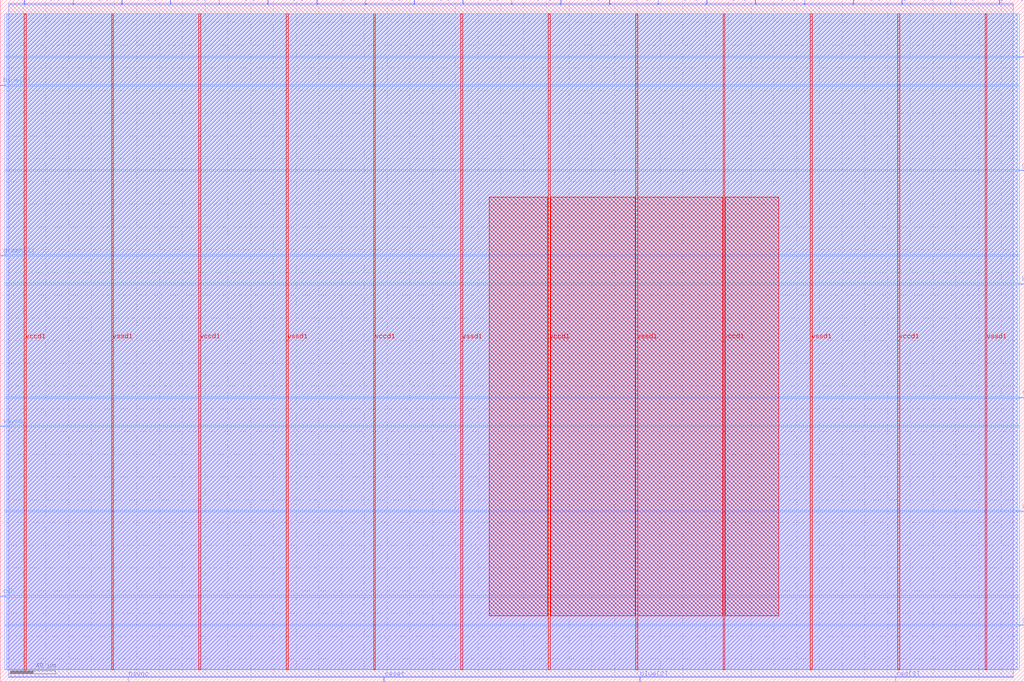
<source format=lef>
VERSION 5.7 ;
  NOWIREEXTENSIONATPIN ON ;
  DIVIDERCHAR "/" ;
  BUSBITCHARS "[]" ;
MACRO pong
  CLASS BLOCK ;
  FOREIGN pong ;
  ORIGIN 0.000 0.000 ;
  SIZE 900.000 BY 600.000 ;
  PIN blue[0]
    DIRECTION OUTPUT TRISTATE ;
    USE SIGNAL ;
    PORT
      LAYER met2 ;
        RECT 749.890 596.000 750.170 600.000 ;
    END
  END blue[0]
  PIN blue[1]
    DIRECTION OUTPUT TRISTATE ;
    USE SIGNAL ;
    PORT
      LAYER met3 ;
        RECT 896.000 349.560 900.000 350.160 ;
    END
  END blue[1]
  PIN blue[2]
    DIRECTION OUTPUT TRISTATE ;
    USE SIGNAL ;
    PORT
      LAYER met2 ;
        RECT 562.210 0.000 562.490 4.000 ;
    END
  END blue[2]
  PIN blue[3]
    DIRECTION OUTPUT TRISTATE ;
    USE SIGNAL ;
    PORT
      LAYER met3 ;
        RECT 0.000 524.320 4.000 524.920 ;
    END
  END blue[3]
  PIN clk
    DIRECTION INPUT ;
    USE SIGNAL ;
    PORT
      LAYER met3 ;
        RECT 0.000 74.840 4.000 75.440 ;
    END
  END clk
  PIN game_reset
    DIRECTION INPUT ;
    USE SIGNAL ;
    PORT
      LAYER met3 ;
        RECT 896.000 49.680 900.000 50.280 ;
    END
  END game_reset
  PIN green[0]
    DIRECTION OUTPUT TRISTATE ;
    USE SIGNAL ;
    PORT
      LAYER met2 ;
        RECT 792.670 596.000 792.950 600.000 ;
    END
  END green[0]
  PIN green[1]
    DIRECTION OUTPUT TRISTATE ;
    USE SIGNAL ;
    PORT
      LAYER met3 ;
        RECT 896.000 449.520 900.000 450.120 ;
    END
  END green[1]
  PIN green[2]
    DIRECTION OUTPUT TRISTATE ;
    USE SIGNAL ;
    PORT
      LAYER met3 ;
        RECT 0.000 374.720 4.000 375.320 ;
    END
  END green[2]
  PIN green[3]
    DIRECTION OUTPUT TRISTATE ;
    USE SIGNAL ;
    PORT
      LAYER met2 ;
        RECT 878.230 596.000 878.510 600.000 ;
    END
  END green[3]
  PIN hsync
    DIRECTION OUTPUT TRISTATE ;
    USE SIGNAL ;
    PORT
      LAYER met2 ;
        RECT 112.330 0.000 112.610 4.000 ;
    END
  END hsync
  PIN io_oeb[0]
    DIRECTION OUTPUT TRISTATE ;
    USE SIGNAL ;
    PORT
      LAYER met2 ;
        RECT 21.250 596.000 21.530 600.000 ;
    END
  END io_oeb[0]
  PIN io_oeb[10]
    DIRECTION OUTPUT TRISTATE ;
    USE SIGNAL ;
    PORT
      LAYER met2 ;
        RECT 449.510 596.000 449.790 600.000 ;
    END
  END io_oeb[10]
  PIN io_oeb[11]
    DIRECTION OUTPUT TRISTATE ;
    USE SIGNAL ;
    PORT
      LAYER met2 ;
        RECT 492.750 596.000 493.030 600.000 ;
    END
  END io_oeb[11]
  PIN io_oeb[12]
    DIRECTION OUTPUT TRISTATE ;
    USE SIGNAL ;
    PORT
      LAYER met2 ;
        RECT 535.530 596.000 535.810 600.000 ;
    END
  END io_oeb[12]
  PIN io_oeb[13]
    DIRECTION OUTPUT TRISTATE ;
    USE SIGNAL ;
    PORT
      LAYER met2 ;
        RECT 578.310 596.000 578.590 600.000 ;
    END
  END io_oeb[13]
  PIN io_oeb[14]
    DIRECTION OUTPUT TRISTATE ;
    USE SIGNAL ;
    PORT
      LAYER met2 ;
        RECT 621.090 596.000 621.370 600.000 ;
    END
  END io_oeb[14]
  PIN io_oeb[15]
    DIRECTION OUTPUT TRISTATE ;
    USE SIGNAL ;
    PORT
      LAYER met2 ;
        RECT 663.870 596.000 664.150 600.000 ;
    END
  END io_oeb[15]
  PIN io_oeb[1]
    DIRECTION OUTPUT TRISTATE ;
    USE SIGNAL ;
    PORT
      LAYER met2 ;
        RECT 64.030 596.000 64.310 600.000 ;
    END
  END io_oeb[1]
  PIN io_oeb[2]
    DIRECTION OUTPUT TRISTATE ;
    USE SIGNAL ;
    PORT
      LAYER met2 ;
        RECT 106.810 596.000 107.090 600.000 ;
    END
  END io_oeb[2]
  PIN io_oeb[3]
    DIRECTION OUTPUT TRISTATE ;
    USE SIGNAL ;
    PORT
      LAYER met2 ;
        RECT 149.590 596.000 149.870 600.000 ;
    END
  END io_oeb[3]
  PIN io_oeb[4]
    DIRECTION OUTPUT TRISTATE ;
    USE SIGNAL ;
    PORT
      LAYER met2 ;
        RECT 192.370 596.000 192.650 600.000 ;
    END
  END io_oeb[4]
  PIN io_oeb[5]
    DIRECTION OUTPUT TRISTATE ;
    USE SIGNAL ;
    PORT
      LAYER met2 ;
        RECT 235.150 596.000 235.430 600.000 ;
    END
  END io_oeb[5]
  PIN io_oeb[6]
    DIRECTION OUTPUT TRISTATE ;
    USE SIGNAL ;
    PORT
      LAYER met2 ;
        RECT 278.390 596.000 278.670 600.000 ;
    END
  END io_oeb[6]
  PIN io_oeb[7]
    DIRECTION OUTPUT TRISTATE ;
    USE SIGNAL ;
    PORT
      LAYER met2 ;
        RECT 321.170 596.000 321.450 600.000 ;
    END
  END io_oeb[7]
  PIN io_oeb[8]
    DIRECTION OUTPUT TRISTATE ;
    USE SIGNAL ;
    PORT
      LAYER met2 ;
        RECT 363.950 596.000 364.230 600.000 ;
    END
  END io_oeb[8]
  PIN io_oeb[9]
    DIRECTION OUTPUT TRISTATE ;
    USE SIGNAL ;
    PORT
      LAYER met2 ;
        RECT 406.730 596.000 407.010 600.000 ;
    END
  END io_oeb[9]
  PIN red[0]
    DIRECTION OUTPUT TRISTATE ;
    USE SIGNAL ;
    PORT
      LAYER met3 ;
        RECT 896.000 249.600 900.000 250.200 ;
    END
  END red[0]
  PIN red[1]
    DIRECTION OUTPUT TRISTATE ;
    USE SIGNAL ;
    PORT
      LAYER met2 ;
        RECT 835.450 596.000 835.730 600.000 ;
    END
  END red[1]
  PIN red[2]
    DIRECTION OUTPUT TRISTATE ;
    USE SIGNAL ;
    PORT
      LAYER met3 ;
        RECT 896.000 549.480 900.000 550.080 ;
    END
  END red[2]
  PIN red[3]
    DIRECTION OUTPUT TRISTATE ;
    USE SIGNAL ;
    PORT
      LAYER met2 ;
        RECT 787.150 0.000 787.430 4.000 ;
    END
  END red[3]
  PIN reset
    DIRECTION INPUT ;
    USE SIGNAL ;
    PORT
      LAYER met2 ;
        RECT 337.270 0.000 337.550 4.000 ;
    END
  END reset
  PIN scl
    DIRECTION INOUT ;
    USE SIGNAL ;
    PORT
      LAYER met2 ;
        RECT 707.110 596.000 707.390 600.000 ;
    END
  END scl
  PIN sda
    DIRECTION INOUT ;
    USE SIGNAL ;
    PORT
      LAYER met3 ;
        RECT 896.000 149.640 900.000 150.240 ;
    END
  END sda
  PIN vccd1
    DIRECTION INPUT ;
    USE POWER ;
    PORT
      LAYER met4 ;
        RECT 21.040 10.640 22.640 587.760 ;
    END
    PORT
      LAYER met4 ;
        RECT 174.640 10.640 176.240 587.760 ;
    END
    PORT
      LAYER met4 ;
        RECT 328.240 10.640 329.840 587.760 ;
    END
    PORT
      LAYER met4 ;
        RECT 481.840 10.640 483.440 587.760 ;
    END
    PORT
      LAYER met4 ;
        RECT 635.440 10.640 637.040 587.760 ;
    END
    PORT
      LAYER met4 ;
        RECT 789.040 10.640 790.640 587.760 ;
    END
  END vccd1
  PIN vssd1
    DIRECTION INPUT ;
    USE GROUND ;
    PORT
      LAYER met4 ;
        RECT 97.840 10.640 99.440 587.760 ;
    END
    PORT
      LAYER met4 ;
        RECT 251.440 10.640 253.040 587.760 ;
    END
    PORT
      LAYER met4 ;
        RECT 405.040 10.640 406.640 587.760 ;
    END
    PORT
      LAYER met4 ;
        RECT 558.640 10.640 560.240 587.760 ;
    END
    PORT
      LAYER met4 ;
        RECT 712.240 10.640 713.840 587.760 ;
    END
    PORT
      LAYER met4 ;
        RECT 865.840 10.640 867.440 587.760 ;
    END
  END vssd1
  PIN vsync
    DIRECTION OUTPUT TRISTATE ;
    USE SIGNAL ;
    PORT
      LAYER met3 ;
        RECT 0.000 224.440 4.000 225.040 ;
    END
  END vsync
  OBS
      LAYER li1 ;
        RECT 5.520 10.795 894.240 587.605 ;
      LAYER met1 ;
        RECT 5.520 10.640 894.240 587.760 ;
      LAYER met2 ;
        RECT 7.450 595.720 20.970 596.770 ;
        RECT 21.810 595.720 63.750 596.770 ;
        RECT 64.590 595.720 106.530 596.770 ;
        RECT 107.370 595.720 149.310 596.770 ;
        RECT 150.150 595.720 192.090 596.770 ;
        RECT 192.930 595.720 234.870 596.770 ;
        RECT 235.710 595.720 278.110 596.770 ;
        RECT 278.950 595.720 320.890 596.770 ;
        RECT 321.730 595.720 363.670 596.770 ;
        RECT 364.510 595.720 406.450 596.770 ;
        RECT 407.290 595.720 449.230 596.770 ;
        RECT 450.070 595.720 492.470 596.770 ;
        RECT 493.310 595.720 535.250 596.770 ;
        RECT 536.090 595.720 578.030 596.770 ;
        RECT 578.870 595.720 620.810 596.770 ;
        RECT 621.650 595.720 663.590 596.770 ;
        RECT 664.430 595.720 706.830 596.770 ;
        RECT 707.670 595.720 749.610 596.770 ;
        RECT 750.450 595.720 792.390 596.770 ;
        RECT 793.230 595.720 835.170 596.770 ;
        RECT 836.010 595.720 877.950 596.770 ;
        RECT 878.790 595.720 890.470 596.770 ;
        RECT 7.450 4.280 890.470 595.720 ;
        RECT 7.450 4.000 112.050 4.280 ;
        RECT 112.890 4.000 336.990 4.280 ;
        RECT 337.830 4.000 561.930 4.280 ;
        RECT 562.770 4.000 786.870 4.280 ;
        RECT 787.710 4.000 890.470 4.280 ;
      LAYER met3 ;
        RECT 4.000 550.480 896.000 587.685 ;
        RECT 4.000 549.080 895.600 550.480 ;
        RECT 4.000 525.320 896.000 549.080 ;
        RECT 4.400 523.920 896.000 525.320 ;
        RECT 4.000 450.520 896.000 523.920 ;
        RECT 4.000 449.120 895.600 450.520 ;
        RECT 4.000 375.720 896.000 449.120 ;
        RECT 4.400 374.320 896.000 375.720 ;
        RECT 4.000 350.560 896.000 374.320 ;
        RECT 4.000 349.160 895.600 350.560 ;
        RECT 4.000 250.600 896.000 349.160 ;
        RECT 4.000 249.200 895.600 250.600 ;
        RECT 4.000 225.440 896.000 249.200 ;
        RECT 4.400 224.040 896.000 225.440 ;
        RECT 4.000 150.640 896.000 224.040 ;
        RECT 4.000 149.240 895.600 150.640 ;
        RECT 4.000 75.840 896.000 149.240 ;
        RECT 4.400 74.440 896.000 75.840 ;
        RECT 4.000 50.680 896.000 74.440 ;
        RECT 4.000 49.280 895.600 50.680 ;
        RECT 4.000 10.715 896.000 49.280 ;
      LAYER met4 ;
        RECT 429.935 57.975 481.440 426.185 ;
        RECT 483.840 57.975 558.240 426.185 ;
        RECT 560.640 57.975 635.040 426.185 ;
        RECT 637.440 57.975 684.185 426.185 ;
  END
END pong
END LIBRARY


</source>
